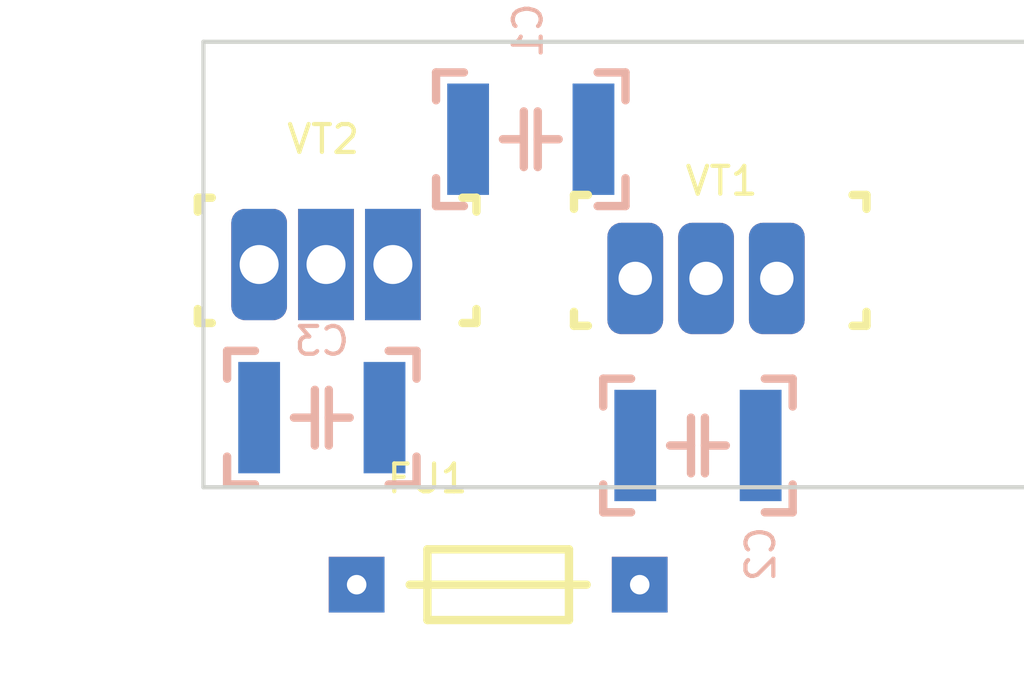
<source format=kicad_pcb>
(kicad_pcb (version 20171130) (host pcbnew "(5.0.0)")

  (general
    (thickness 1.6)
    (drawings 4)
    (tracks 0)
    (zones 0)
    (modules 6)
    (nets 7)
  )

  (page A4)
  (layers
    (0 F.Cu signal)
    (31 B.Cu signal)
    (32 B.Adhes user)
    (33 F.Adhes user)
    (34 B.Paste user)
    (35 F.Paste user)
    (36 B.SilkS user)
    (37 F.SilkS user)
    (38 B.Mask user)
    (39 F.Mask user)
    (40 Dwgs.User user)
    (41 Cmts.User user)
    (42 Eco1.User user)
    (43 Eco2.User user)
    (44 Edge.Cuts user hide)
    (45 Margin user)
    (46 B.CrtYd user)
    (47 F.CrtYd user)
    (48 B.Fab user)
    (49 F.Fab user)
  )

  (setup
    (last_trace_width 0.4)
    (trace_clearance 0.4)
    (zone_clearance 0.3)
    (zone_45_only no)
    (trace_min 0.2)
    (segment_width 0.2)
    (edge_width 0.15)
    (via_size 0.8)
    (via_drill 0.4)
    (via_min_size 0.4)
    (via_min_drill 0.3)
    (uvia_size 0.3)
    (uvia_drill 0.1)
    (uvias_allowed no)
    (uvia_min_size 0.2)
    (uvia_min_drill 0.1)
    (pcb_text_width 0.3)
    (pcb_text_size 1 1)
    (mod_edge_width 0.15)
    (mod_text_size 1 1)
    (mod_text_width 0.15)
    (pad_size 1.524 1.524)
    (pad_drill 0.762)
    (pad_to_mask_clearance 0.2)
    (aux_axis_origin 0 0)
    (visible_elements 7FFFFFFF)
    (pcbplotparams
      (layerselection 0x010fc_ffffffff)
      (usegerberextensions false)
      (usegerberattributes false)
      (usegerberadvancedattributes false)
      (creategerberjobfile false)
      (excludeedgelayer true)
      (linewidth 0.100000)
      (plotframeref false)
      (viasonmask false)
      (mode 1)
      (useauxorigin false)
      (hpglpennumber 1)
      (hpglpenspeed 20)
      (hpglpendiameter 15.000000)
      (psnegative false)
      (psa4output false)
      (plotreference true)
      (plotvalue true)
      (plotinvisibletext false)
      (padsonsilk false)
      (subtractmaskfromsilk false)
      (outputformat 1)
      (mirror false)
      (drillshape 1)
      (scaleselection 1)
      (outputdirectory ""))
  )

  (net 0 "")
  (net 1 "Net-(C1-Pad2)")
  (net 2 "Net-(C1-Pad1)")
  (net 3 "Net-(C2-Pad1)")
  (net 4 "Net-(C2-Pad2)")
  (net 5 "Net-(C3-Pad1)")
  (net 6 "Net-(FU1-Pad2)")

  (net_class Default "Это класс цепей по умолчанию."
    (clearance 0.4)
    (trace_width 0.4)
    (via_dia 0.8)
    (via_drill 0.4)
    (uvia_dia 0.3)
    (uvia_drill 0.1)
    (add_net "Net-(C1-Pad2)")
    (add_net "Net-(C2-Pad1)")
    (add_net "Net-(FU1-Pad2)")
  )

  (net_class СИЛА ""
    (clearance 0.4)
    (trace_width 2.4)
    (via_dia 0.8)
    (via_drill 0.4)
    (uvia_dia 0.3)
    (uvia_drill 0.1)
    (add_net "Net-(C1-Pad1)")
    (add_net "Net-(C2-Pad2)")
    (add_net "Net-(C3-Pad1)")
  )

  (module MOTOR_IMPORT_OTK:Транзистор_P_IRF9Z24NPBF (layer F.Cu) (tedit 5B98E252) (tstamp 5C237A4E)
    (at 152.5 83.5)
    (path /5C239EE3)
    (fp_text reference VT1 (at 3.1 -3.5) (layer F.SilkS)
      (effects (font (size 1 1) (thickness 0.15)))
    )
    (fp_text value Транзистор_полевой_P-канал (at 2.4 2.9) (layer F.Fab)
      (effects (font (size 1 1) (thickness 0.15)))
    )
    (fp_line (start -2.2 1.7) (end -2.2 1.2) (layer F.SilkS) (width 0.3))
    (fp_line (start -2.2 1.7) (end -1.7 1.7) (layer F.SilkS) (width 0.3))
    (fp_line (start 8.3 1.7) (end 7.8 1.7) (layer F.SilkS) (width 0.3))
    (fp_line (start 8.3 1.7) (end 8.3 1.2) (layer F.SilkS) (width 0.3))
    (fp_line (start 8.3 -3) (end 7.8 -3) (layer F.SilkS) (width 0.3))
    (fp_line (start 8.3 -3) (end 8.3 -2.5) (layer F.SilkS) (width 0.3))
    (fp_line (start -2.2 -3) (end -2.2 -2.5) (layer F.SilkS) (width 0.3))
    (fp_line (start -2.2 -3) (end -1.7 -3) (layer F.SilkS) (width 0.3))
    (pad 1 thru_hole roundrect (at 0 0) (size 2 4) (drill 1.2) (layers *.Cu *.Mask) (roundrect_rratio 0.25)
      (net 3 "Net-(C2-Pad1)"))
    (pad 2 thru_hole roundrect (at 2.54 0) (size 2 4) (drill 1.2) (layers *.Cu *.Mask) (roundrect_rratio 0.25)
      (net 5 "Net-(C3-Pad1)"))
    (pad 3 thru_hole roundrect (at 5.08 0) (size 2 4) (drill 1.2) (layers *.Cu *.Mask) (roundrect_rratio 0.25)
      (net 4 "Net-(C2-Pad2)"))
  )

  (module MOTOR_IMPORT_OTK:Транзистор_N_STP10NK60Z (layer F.Cu) (tedit 5B98E1EB) (tstamp 5C237A5D)
    (at 139 83)
    (path /5C236B1C)
    (fp_text reference VT2 (at 2.3 -4.5) (layer F.SilkS)
      (effects (font (size 1 1) (thickness 0.15)))
    )
    (fp_text value Транзистор_полевой_N-канал (at 2.3 3.3) (layer F.Fab)
      (effects (font (size 1 1) (thickness 0.15)))
    )
    (fp_line (start 7.8 2.1) (end 7.3 2.1) (layer F.SilkS) (width 0.3))
    (fp_line (start 7.8 2.1) (end 7.8 1.6) (layer F.SilkS) (width 0.3))
    (fp_line (start -2.2 2.1) (end -2.2 1.6) (layer F.SilkS) (width 0.3))
    (fp_line (start -2.2 2.1) (end -1.7 2.1) (layer F.SilkS) (width 0.3))
    (fp_line (start 7.8 -2.4) (end 7.3 -2.4) (layer F.SilkS) (width 0.3))
    (fp_line (start 7.8 -2.4) (end 7.8 -1.9) (layer F.SilkS) (width 0.3))
    (fp_line (start -2.2 -2.4) (end -1.7 -2.4) (layer F.SilkS) (width 0.3))
    (fp_line (start -2.2 -2.4) (end -2.2 -1.9) (layer F.SilkS) (width 0.3))
    (pad 1 thru_hole roundrect (at 0 0) (size 2 4) (drill 1.4) (layers *.Cu *.Mask) (roundrect_rratio 0.25)
      (net 2 "Net-(C1-Pad1)"))
    (pad 2 thru_hole rect (at 2.4 0) (size 2 4) (drill 1.4) (layers *.Cu *.Mask)
      (net 4 "Net-(C2-Pad2)"))
    (pad 3 thru_hole rect (at 4.8 0) (size 2 4) (drill 1.4) (layers *.Cu *.Mask)
      (net 1 "Net-(C1-Pad2)"))
  )

  (module MOTOR_RLC:Конденсатор_SMD_1812 (layer B.Cu) (tedit 5B601A2D) (tstamp 5C25D1BA)
    (at 151 78.5 180)
    (path /5C25CC91)
    (fp_text reference C1 (at 2.35 3.9 270) (layer B.SilkS)
      (effects (font (size 1 1) (thickness 0.15)) (justify mirror))
    )
    (fp_text value Конденсатор_керамический (at 2.55 -3.55 180) (layer B.Fab)
      (effects (font (size 1 1) (thickness 0.15)) (justify mirror))
    )
    (fp_line (start -1.15 2.4) (end -0.15 2.4) (layer B.SilkS) (width 0.3))
    (fp_line (start -1.15 2.4) (end -1.15 1.4) (layer B.SilkS) (width 0.3))
    (fp_line (start -1.15 -2.4) (end -1.15 -1.4) (layer B.SilkS) (width 0.3))
    (fp_line (start -1.15 -2.4) (end -0.15 -2.4) (layer B.SilkS) (width 0.3))
    (fp_line (start 5.65 -2.4) (end 5.65 -1.4) (layer B.SilkS) (width 0.3))
    (fp_line (start 5.65 -2.4) (end 4.65 -2.4) (layer B.SilkS) (width 0.3))
    (fp_line (start 5.65 2.4) (end 5.65 1.4) (layer B.SilkS) (width 0.3))
    (fp_line (start 5.65 2.4) (end 4.65 2.4) (layer B.SilkS) (width 0.3))
    (fp_line (start 2.5 1) (end 2.5 -1) (layer B.SilkS) (width 0.3))
    (fp_line (start 2 1) (end 2 -1) (layer B.SilkS) (width 0.3))
    (fp_line (start 2.5 0) (end 3.25 0) (layer B.SilkS) (width 0.3))
    (fp_line (start 2 0) (end 1.25 0) (layer B.SilkS) (width 0.3))
    (pad 2 smd rect (at 4.5 0 180) (size 1.5 4) (layers B.Cu B.Paste B.Mask)
      (net 1 "Net-(C1-Pad2)") (clearance 0.2))
    (pad 1 smd rect (at 0 0 180) (size 1.5 4) (layers B.Cu B.Paste B.Mask)
      (net 2 "Net-(C1-Pad1)") (clearance 0.2))
    (model "${MOTOR_3D}/Конденсатор 1812.wrl"
      (offset (xyz 0 -1.777999973297119 3.301999950408935))
      (scale (xyz 0.3937 0.3937 0.3937))
      (rotate (xyz 90 0 0))
    )
  )

  (module MOTOR_RLC:Конденсатор_SMD_1812 (layer B.Cu) (tedit 5B601A2D) (tstamp 5C25D1CC)
    (at 152.5 89.5)
    (path /5C25D02F)
    (fp_text reference C2 (at 4.5 3.9 90) (layer B.SilkS)
      (effects (font (size 1 1) (thickness 0.15)) (justify mirror))
    )
    (fp_text value Конденсатор_керамический (at 2.55 -3.55) (layer B.Fab)
      (effects (font (size 1 1) (thickness 0.15)) (justify mirror))
    )
    (fp_line (start 2 0) (end 1.25 0) (layer B.SilkS) (width 0.3))
    (fp_line (start 2.5 0) (end 3.25 0) (layer B.SilkS) (width 0.3))
    (fp_line (start 2 1) (end 2 -1) (layer B.SilkS) (width 0.3))
    (fp_line (start 2.5 1) (end 2.5 -1) (layer B.SilkS) (width 0.3))
    (fp_line (start 5.65 2.4) (end 4.65 2.4) (layer B.SilkS) (width 0.3))
    (fp_line (start 5.65 2.4) (end 5.65 1.4) (layer B.SilkS) (width 0.3))
    (fp_line (start 5.65 -2.4) (end 4.65 -2.4) (layer B.SilkS) (width 0.3))
    (fp_line (start 5.65 -2.4) (end 5.65 -1.4) (layer B.SilkS) (width 0.3))
    (fp_line (start -1.15 -2.4) (end -0.15 -2.4) (layer B.SilkS) (width 0.3))
    (fp_line (start -1.15 -2.4) (end -1.15 -1.4) (layer B.SilkS) (width 0.3))
    (fp_line (start -1.15 2.4) (end -1.15 1.4) (layer B.SilkS) (width 0.3))
    (fp_line (start -1.15 2.4) (end -0.15 2.4) (layer B.SilkS) (width 0.3))
    (pad 1 smd rect (at 0 0) (size 1.5 4) (layers B.Cu B.Paste B.Mask)
      (net 3 "Net-(C2-Pad1)") (clearance 0.2))
    (pad 2 smd rect (at 4.5 0) (size 1.5 4) (layers B.Cu B.Paste B.Mask)
      (net 4 "Net-(C2-Pad2)") (clearance 0.2))
    (model "${MOTOR_3D}/Конденсатор 1812.wrl"
      (offset (xyz 0 -1.777999973297119 3.301999950408935))
      (scale (xyz 0.3937 0.3937 0.3937))
      (rotate (xyz 90 0 0))
    )
  )

  (module MOTOR_RLC:Конденсатор_SMD_1812 (layer B.Cu) (tedit 5B601A2D) (tstamp 5C25D1DE)
    (at 139 88.5)
    (path /5C25C9F8)
    (fp_text reference C3 (at 2.25 -2.75) (layer B.SilkS)
      (effects (font (size 1 1) (thickness 0.15)) (justify mirror))
    )
    (fp_text value Конденсатор_керамический (at 2.55 -3.55) (layer B.Fab)
      (effects (font (size 1 1) (thickness 0.15)) (justify mirror))
    )
    (fp_line (start 2 0) (end 1.25 0) (layer B.SilkS) (width 0.3))
    (fp_line (start 2.5 0) (end 3.25 0) (layer B.SilkS) (width 0.3))
    (fp_line (start 2 1) (end 2 -1) (layer B.SilkS) (width 0.3))
    (fp_line (start 2.5 1) (end 2.5 -1) (layer B.SilkS) (width 0.3))
    (fp_line (start 5.65 2.4) (end 4.65 2.4) (layer B.SilkS) (width 0.3))
    (fp_line (start 5.65 2.4) (end 5.65 1.4) (layer B.SilkS) (width 0.3))
    (fp_line (start 5.65 -2.4) (end 4.65 -2.4) (layer B.SilkS) (width 0.3))
    (fp_line (start 5.65 -2.4) (end 5.65 -1.4) (layer B.SilkS) (width 0.3))
    (fp_line (start -1.15 -2.4) (end -0.15 -2.4) (layer B.SilkS) (width 0.3))
    (fp_line (start -1.15 -2.4) (end -1.15 -1.4) (layer B.SilkS) (width 0.3))
    (fp_line (start -1.15 2.4) (end -1.15 1.4) (layer B.SilkS) (width 0.3))
    (fp_line (start -1.15 2.4) (end -0.15 2.4) (layer B.SilkS) (width 0.3))
    (pad 1 smd rect (at 0 0) (size 1.5 4) (layers B.Cu B.Paste B.Mask)
      (net 5 "Net-(C3-Pad1)") (clearance 0.2))
    (pad 2 smd rect (at 4.5 0) (size 1.5 4) (layers B.Cu B.Paste B.Mask)
      (net 1 "Net-(C1-Pad2)") (clearance 0.2))
    (model "${MOTOR_3D}/Конденсатор 1812.wrl"
      (offset (xyz 0 -1.777999973297119 3.301999950408935))
      (scale (xyz 0.3937 0.3937 0.3937))
      (rotate (xyz 90 0 0))
    )
  )

  (module N_RLC:Предохранитель_R700 (layer F.Cu) (tedit 5B98E4B4) (tstamp 5C261062)
    (at 142.5 94.5)
    (path /5C26F005)
    (fp_text reference FU1 (at 2.54 -3.81) (layer F.SilkS)
      (effects (font (size 1 1) (thickness 0.15)))
    )
    (fp_text value Предохранитель (at 5.08 2.54) (layer F.Fab)
      (effects (font (size 1 1) (thickness 0.15)))
    )
    (fp_line (start 1.905 0) (end 8.255 0) (layer F.SilkS) (width 0.3))
    (fp_line (start 7.62 -1.27) (end 2.54 -1.27) (layer F.SilkS) (width 0.3))
    (fp_line (start 7.62 1.27) (end 7.62 -1.27) (layer F.SilkS) (width 0.3))
    (fp_line (start 2.54 1.27) (end 7.62 1.27) (layer F.SilkS) (width 0.3))
    (fp_line (start 2.54 -1.27) (end 2.54 1.27) (layer F.SilkS) (width 0.3))
    (pad 2 thru_hole rect (at 10.16 0) (size 2 2) (drill 0.7) (layers *.Cu *.Mask)
      (net 6 "Net-(FU1-Pad2)"))
    (pad 1 thru_hole rect (at 0 0) (size 2 2) (drill 0.7) (layers *.Cu *.Mask)
      (net 4 "Net-(C2-Pad2)"))
  )

  (gr_line (start 137 75) (end 137 91) (layer Edge.Cuts) (width 0.15))
  (gr_line (start 172 75) (end 137 75) (layer Edge.Cuts) (width 0.15))
  (gr_line (start 172 91) (end 172 75) (layer Edge.Cuts) (width 0.15))
  (gr_line (start 137 91) (end 172 91) (layer Edge.Cuts) (width 0.15))

)

</source>
